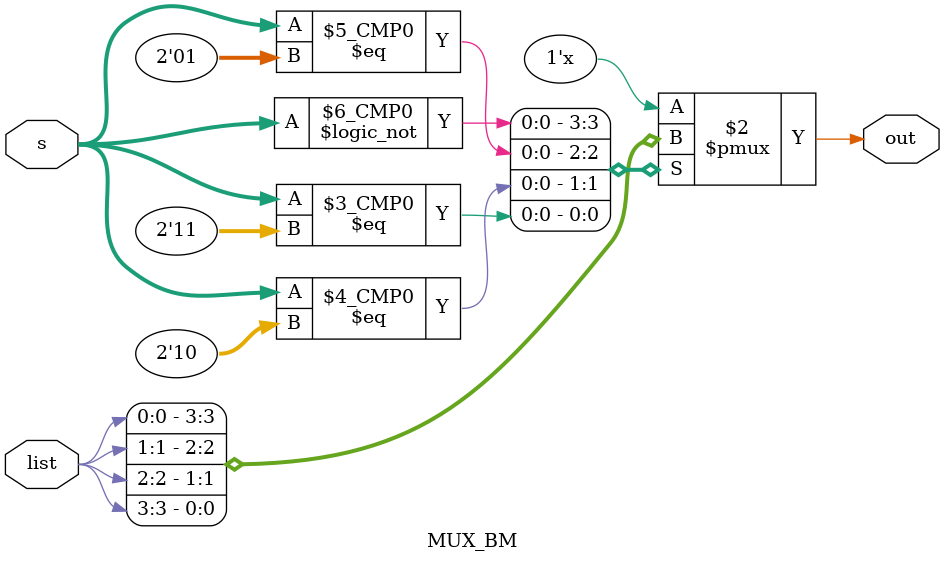
<source format=v>
module MUX_BM(list, s, out);
input [3:0] list;
input [1:0] s;
output reg out;

always@(s)
begin
case(s)
	2'b00: out = list[0];
	2'b01: out = list[1];
	2'b10: out = list[2];
	2'b11: out = list[3];
endcase
end

endmodule

</source>
